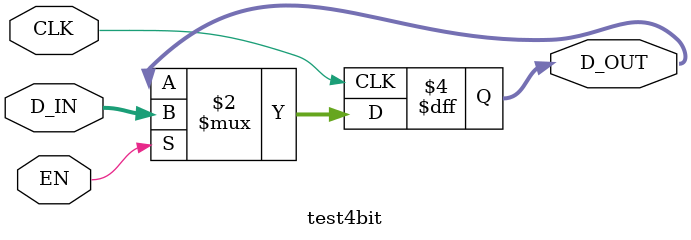
<source format=v>
module test4bit(input [3:0]D_IN, input CLK,EN, output reg [3:0]D_OUT);
    always @(posedge CLK)
        begin
            if(EN)
                D_OUT<= D_IN;
        end
endmodule
</source>
